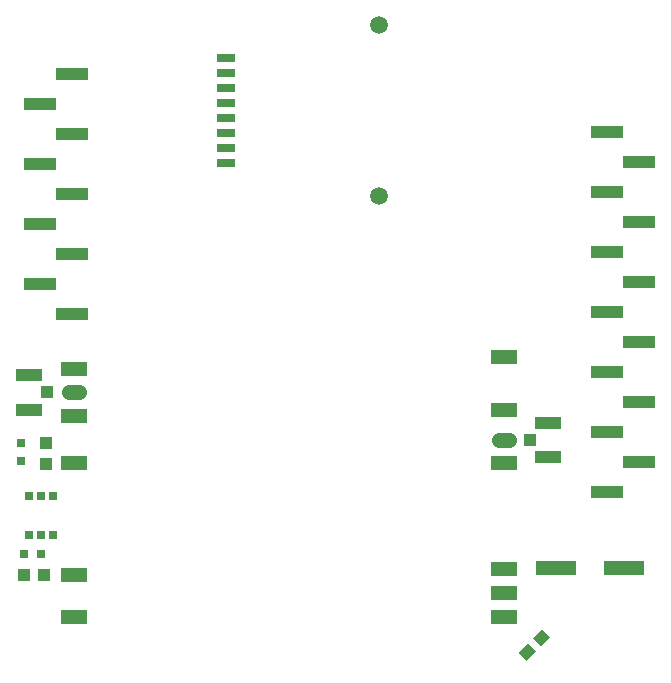
<source format=gbr>
G04 EAGLE Gerber RS-274X export*
G75*
%MOMM*%
%FSLAX34Y34*%
%LPD*%
%INSolderpaste Top*%
%IPPOS*%
%AMOC8*
5,1,8,0,0,1.08239X$1,22.5*%
G01*
%ADD10R,2.200000X1.050000*%
%ADD11R,1.050000X1.050000*%
%ADD12R,1.500000X0.800000*%
%ADD13C,1.500000*%
%ADD14R,2.200000X1.300000*%
%ADD15C,1.300000*%
%ADD16R,0.800000X0.800000*%
%ADD17R,2.700000X1.020000*%
%ADD18R,1.000000X1.100000*%
%ADD19R,1.100000X1.000000*%
%ADD20R,3.500000X1.200000*%


D10*
X686365Y396677D03*
X686365Y426177D03*
D11*
X671115Y411427D03*
D10*
X247340Y466603D03*
X247340Y437103D03*
D11*
X262590Y451853D03*
D12*
X413675Y734640D03*
X413675Y721940D03*
X413675Y709240D03*
X413675Y696540D03*
X413675Y683840D03*
X413675Y671140D03*
X413675Y658440D03*
X413675Y645740D03*
D13*
X543675Y762690D03*
X543675Y617690D03*
D14*
X649210Y261843D03*
X649210Y281843D03*
X649210Y301843D03*
X649210Y481843D03*
X285210Y261843D03*
X285210Y471843D03*
D15*
X289710Y451843D02*
X280710Y451843D01*
D14*
X285210Y431843D03*
X285210Y391843D03*
X649210Y436843D03*
D15*
X653710Y411843D02*
X644710Y411843D01*
D14*
X649210Y391843D03*
X285210Y296843D03*
D16*
X267411Y330964D03*
X257411Y330964D03*
X247411Y330964D03*
X267411Y363824D03*
X257411Y363824D03*
X247411Y363824D03*
D17*
X736500Y418400D03*
X736500Y469200D03*
X763500Y443800D03*
X763500Y494600D03*
X763500Y393000D03*
X736500Y367600D03*
X736500Y570800D03*
X736500Y621600D03*
X763500Y596200D03*
X763500Y647000D03*
X763500Y545400D03*
X736500Y520000D03*
X736500Y672400D03*
X283500Y670800D03*
X283500Y620000D03*
X256500Y645400D03*
X256500Y594600D03*
X256500Y696200D03*
X283500Y721600D03*
X283500Y518400D03*
X256500Y543800D03*
X283500Y569200D03*
D16*
X242500Y315000D03*
X257500Y315000D03*
X240000Y408500D03*
X240000Y393500D03*
D18*
X259500Y297000D03*
X242500Y297000D03*
D19*
X261000Y391500D03*
X261000Y408500D03*
G36*
X676512Y232369D02*
X668872Y224457D01*
X661678Y231403D01*
X669318Y239315D01*
X676512Y232369D01*
G37*
G36*
X688322Y244597D02*
X680682Y236685D01*
X673488Y243631D01*
X681128Y251543D01*
X688322Y244597D01*
G37*
D20*
X750500Y303000D03*
X693500Y303000D03*
M02*

</source>
